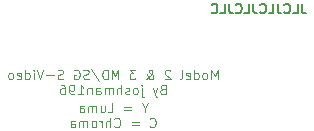
<source format=gbr>
%TF.GenerationSoftware,KiCad,Pcbnew,7.0.7*%
%TF.CreationDate,2023-08-19T03:36:19-07:00*%
%TF.ProjectId,genesis_m2_svideo_simple_standard,67656e65-7369-4735-9f6d-325f73766964,rev?*%
%TF.SameCoordinates,Original*%
%TF.FileFunction,Legend,Bot*%
%TF.FilePolarity,Positive*%
%FSLAX46Y46*%
G04 Gerber Fmt 4.6, Leading zero omitted, Abs format (unit mm)*
G04 Created by KiCad (PCBNEW 7.0.7) date 2023-08-19 03:36:19*
%MOMM*%
%LPD*%
G01*
G04 APERTURE LIST*
%ADD10C,0.100000*%
%ADD11C,0.150000*%
G04 APERTURE END LIST*
D10*
X91839714Y-74681942D02*
X91839714Y-75062895D01*
X92106381Y-74262895D02*
X91839714Y-74681942D01*
X91839714Y-74681942D02*
X91573048Y-74262895D01*
X90696857Y-74643847D02*
X90087334Y-74643847D01*
X90087334Y-74872419D02*
X90696857Y-74872419D01*
X88715905Y-75062895D02*
X89096857Y-75062895D01*
X89096857Y-75062895D02*
X89096857Y-74262895D01*
X88106381Y-74529561D02*
X88106381Y-75062895D01*
X88449238Y-74529561D02*
X88449238Y-74948609D01*
X88449238Y-74948609D02*
X88411143Y-75024800D01*
X88411143Y-75024800D02*
X88334953Y-75062895D01*
X88334953Y-75062895D02*
X88220667Y-75062895D01*
X88220667Y-75062895D02*
X88144476Y-75024800D01*
X88144476Y-75024800D02*
X88106381Y-74986704D01*
X87725428Y-75062895D02*
X87725428Y-74529561D01*
X87725428Y-74605752D02*
X87687333Y-74567657D01*
X87687333Y-74567657D02*
X87611143Y-74529561D01*
X87611143Y-74529561D02*
X87496857Y-74529561D01*
X87496857Y-74529561D02*
X87420666Y-74567657D01*
X87420666Y-74567657D02*
X87382571Y-74643847D01*
X87382571Y-74643847D02*
X87382571Y-75062895D01*
X87382571Y-74643847D02*
X87344476Y-74567657D01*
X87344476Y-74567657D02*
X87268285Y-74529561D01*
X87268285Y-74529561D02*
X87154000Y-74529561D01*
X87154000Y-74529561D02*
X87077809Y-74567657D01*
X87077809Y-74567657D02*
X87039714Y-74643847D01*
X87039714Y-74643847D02*
X87039714Y-75062895D01*
X86315904Y-75062895D02*
X86315904Y-74643847D01*
X86315904Y-74643847D02*
X86353999Y-74567657D01*
X86353999Y-74567657D02*
X86430190Y-74529561D01*
X86430190Y-74529561D02*
X86582571Y-74529561D01*
X86582571Y-74529561D02*
X86658761Y-74567657D01*
X86315904Y-75024800D02*
X86392095Y-75062895D01*
X86392095Y-75062895D02*
X86582571Y-75062895D01*
X86582571Y-75062895D02*
X86658761Y-75024800D01*
X86658761Y-75024800D02*
X86696857Y-74948609D01*
X86696857Y-74948609D02*
X86696857Y-74872419D01*
X86696857Y-74872419D02*
X86658761Y-74796228D01*
X86658761Y-74796228D02*
X86582571Y-74758133D01*
X86582571Y-74758133D02*
X86392095Y-74758133D01*
X86392095Y-74758133D02*
X86315904Y-74720038D01*
X92277809Y-76274704D02*
X92315905Y-76312800D01*
X92315905Y-76312800D02*
X92430190Y-76350895D01*
X92430190Y-76350895D02*
X92506381Y-76350895D01*
X92506381Y-76350895D02*
X92620667Y-76312800D01*
X92620667Y-76312800D02*
X92696857Y-76236609D01*
X92696857Y-76236609D02*
X92734952Y-76160419D01*
X92734952Y-76160419D02*
X92773048Y-76008038D01*
X92773048Y-76008038D02*
X92773048Y-75893752D01*
X92773048Y-75893752D02*
X92734952Y-75741371D01*
X92734952Y-75741371D02*
X92696857Y-75665180D01*
X92696857Y-75665180D02*
X92620667Y-75588990D01*
X92620667Y-75588990D02*
X92506381Y-75550895D01*
X92506381Y-75550895D02*
X92430190Y-75550895D01*
X92430190Y-75550895D02*
X92315905Y-75588990D01*
X92315905Y-75588990D02*
X92277809Y-75627085D01*
X91325428Y-75931847D02*
X90715905Y-75931847D01*
X90715905Y-76160419D02*
X91325428Y-76160419D01*
X89268285Y-76274704D02*
X89306381Y-76312800D01*
X89306381Y-76312800D02*
X89420666Y-76350895D01*
X89420666Y-76350895D02*
X89496857Y-76350895D01*
X89496857Y-76350895D02*
X89611143Y-76312800D01*
X89611143Y-76312800D02*
X89687333Y-76236609D01*
X89687333Y-76236609D02*
X89725428Y-76160419D01*
X89725428Y-76160419D02*
X89763524Y-76008038D01*
X89763524Y-76008038D02*
X89763524Y-75893752D01*
X89763524Y-75893752D02*
X89725428Y-75741371D01*
X89725428Y-75741371D02*
X89687333Y-75665180D01*
X89687333Y-75665180D02*
X89611143Y-75588990D01*
X89611143Y-75588990D02*
X89496857Y-75550895D01*
X89496857Y-75550895D02*
X89420666Y-75550895D01*
X89420666Y-75550895D02*
X89306381Y-75588990D01*
X89306381Y-75588990D02*
X89268285Y-75627085D01*
X88925428Y-76350895D02*
X88925428Y-75550895D01*
X88582571Y-76350895D02*
X88582571Y-75931847D01*
X88582571Y-75931847D02*
X88620666Y-75855657D01*
X88620666Y-75855657D02*
X88696857Y-75817561D01*
X88696857Y-75817561D02*
X88811143Y-75817561D01*
X88811143Y-75817561D02*
X88887333Y-75855657D01*
X88887333Y-75855657D02*
X88925428Y-75893752D01*
X88201618Y-76350895D02*
X88201618Y-75817561D01*
X88201618Y-75969942D02*
X88163523Y-75893752D01*
X88163523Y-75893752D02*
X88125428Y-75855657D01*
X88125428Y-75855657D02*
X88049237Y-75817561D01*
X88049237Y-75817561D02*
X87973047Y-75817561D01*
X87592095Y-76350895D02*
X87668285Y-76312800D01*
X87668285Y-76312800D02*
X87706380Y-76274704D01*
X87706380Y-76274704D02*
X87744476Y-76198514D01*
X87744476Y-76198514D02*
X87744476Y-75969942D01*
X87744476Y-75969942D02*
X87706380Y-75893752D01*
X87706380Y-75893752D02*
X87668285Y-75855657D01*
X87668285Y-75855657D02*
X87592095Y-75817561D01*
X87592095Y-75817561D02*
X87477809Y-75817561D01*
X87477809Y-75817561D02*
X87401618Y-75855657D01*
X87401618Y-75855657D02*
X87363523Y-75893752D01*
X87363523Y-75893752D02*
X87325428Y-75969942D01*
X87325428Y-75969942D02*
X87325428Y-76198514D01*
X87325428Y-76198514D02*
X87363523Y-76274704D01*
X87363523Y-76274704D02*
X87401618Y-76312800D01*
X87401618Y-76312800D02*
X87477809Y-76350895D01*
X87477809Y-76350895D02*
X87592095Y-76350895D01*
X86982570Y-76350895D02*
X86982570Y-75817561D01*
X86982570Y-75893752D02*
X86944475Y-75855657D01*
X86944475Y-75855657D02*
X86868285Y-75817561D01*
X86868285Y-75817561D02*
X86753999Y-75817561D01*
X86753999Y-75817561D02*
X86677808Y-75855657D01*
X86677808Y-75855657D02*
X86639713Y-75931847D01*
X86639713Y-75931847D02*
X86639713Y-76350895D01*
X86639713Y-75931847D02*
X86601618Y-75855657D01*
X86601618Y-75855657D02*
X86525427Y-75817561D01*
X86525427Y-75817561D02*
X86411142Y-75817561D01*
X86411142Y-75817561D02*
X86334951Y-75855657D01*
X86334951Y-75855657D02*
X86296856Y-75931847D01*
X86296856Y-75931847D02*
X86296856Y-76350895D01*
X85573046Y-76350895D02*
X85573046Y-75931847D01*
X85573046Y-75931847D02*
X85611141Y-75855657D01*
X85611141Y-75855657D02*
X85687332Y-75817561D01*
X85687332Y-75817561D02*
X85839713Y-75817561D01*
X85839713Y-75817561D02*
X85915903Y-75855657D01*
X85573046Y-76312800D02*
X85649237Y-76350895D01*
X85649237Y-76350895D02*
X85839713Y-76350895D01*
X85839713Y-76350895D02*
X85915903Y-76312800D01*
X85915903Y-76312800D02*
X85953999Y-76236609D01*
X85953999Y-76236609D02*
X85953999Y-76160419D01*
X85953999Y-76160419D02*
X85915903Y-76084228D01*
X85915903Y-76084228D02*
X85839713Y-76046133D01*
X85839713Y-76046133D02*
X85649237Y-76046133D01*
X85649237Y-76046133D02*
X85573046Y-76008038D01*
X98011143Y-72268895D02*
X98011143Y-71468895D01*
X98011143Y-71468895D02*
X97744477Y-72040323D01*
X97744477Y-72040323D02*
X97477810Y-71468895D01*
X97477810Y-71468895D02*
X97477810Y-72268895D01*
X96982572Y-72268895D02*
X97058762Y-72230800D01*
X97058762Y-72230800D02*
X97096857Y-72192704D01*
X97096857Y-72192704D02*
X97134953Y-72116514D01*
X97134953Y-72116514D02*
X97134953Y-71887942D01*
X97134953Y-71887942D02*
X97096857Y-71811752D01*
X97096857Y-71811752D02*
X97058762Y-71773657D01*
X97058762Y-71773657D02*
X96982572Y-71735561D01*
X96982572Y-71735561D02*
X96868286Y-71735561D01*
X96868286Y-71735561D02*
X96792095Y-71773657D01*
X96792095Y-71773657D02*
X96754000Y-71811752D01*
X96754000Y-71811752D02*
X96715905Y-71887942D01*
X96715905Y-71887942D02*
X96715905Y-72116514D01*
X96715905Y-72116514D02*
X96754000Y-72192704D01*
X96754000Y-72192704D02*
X96792095Y-72230800D01*
X96792095Y-72230800D02*
X96868286Y-72268895D01*
X96868286Y-72268895D02*
X96982572Y-72268895D01*
X96030190Y-72268895D02*
X96030190Y-71468895D01*
X96030190Y-72230800D02*
X96106381Y-72268895D01*
X96106381Y-72268895D02*
X96258762Y-72268895D01*
X96258762Y-72268895D02*
X96334952Y-72230800D01*
X96334952Y-72230800D02*
X96373047Y-72192704D01*
X96373047Y-72192704D02*
X96411143Y-72116514D01*
X96411143Y-72116514D02*
X96411143Y-71887942D01*
X96411143Y-71887942D02*
X96373047Y-71811752D01*
X96373047Y-71811752D02*
X96334952Y-71773657D01*
X96334952Y-71773657D02*
X96258762Y-71735561D01*
X96258762Y-71735561D02*
X96106381Y-71735561D01*
X96106381Y-71735561D02*
X96030190Y-71773657D01*
X95344475Y-72230800D02*
X95420666Y-72268895D01*
X95420666Y-72268895D02*
X95573047Y-72268895D01*
X95573047Y-72268895D02*
X95649237Y-72230800D01*
X95649237Y-72230800D02*
X95687333Y-72154609D01*
X95687333Y-72154609D02*
X95687333Y-71849847D01*
X95687333Y-71849847D02*
X95649237Y-71773657D01*
X95649237Y-71773657D02*
X95573047Y-71735561D01*
X95573047Y-71735561D02*
X95420666Y-71735561D01*
X95420666Y-71735561D02*
X95344475Y-71773657D01*
X95344475Y-71773657D02*
X95306380Y-71849847D01*
X95306380Y-71849847D02*
X95306380Y-71926038D01*
X95306380Y-71926038D02*
X95687333Y-72002228D01*
X94849238Y-72268895D02*
X94925428Y-72230800D01*
X94925428Y-72230800D02*
X94963523Y-72154609D01*
X94963523Y-72154609D02*
X94963523Y-71468895D01*
X93973047Y-71545085D02*
X93934951Y-71506990D01*
X93934951Y-71506990D02*
X93858761Y-71468895D01*
X93858761Y-71468895D02*
X93668285Y-71468895D01*
X93668285Y-71468895D02*
X93592094Y-71506990D01*
X93592094Y-71506990D02*
X93553999Y-71545085D01*
X93553999Y-71545085D02*
X93515904Y-71621276D01*
X93515904Y-71621276D02*
X93515904Y-71697466D01*
X93515904Y-71697466D02*
X93553999Y-71811752D01*
X93553999Y-71811752D02*
X94011142Y-72268895D01*
X94011142Y-72268895D02*
X93515904Y-72268895D01*
X91915903Y-72268895D02*
X91953999Y-72268895D01*
X91953999Y-72268895D02*
X92030189Y-72230800D01*
X92030189Y-72230800D02*
X92144475Y-72116514D01*
X92144475Y-72116514D02*
X92334951Y-71887942D01*
X92334951Y-71887942D02*
X92411141Y-71773657D01*
X92411141Y-71773657D02*
X92449237Y-71659371D01*
X92449237Y-71659371D02*
X92449237Y-71583180D01*
X92449237Y-71583180D02*
X92411141Y-71506990D01*
X92411141Y-71506990D02*
X92334951Y-71468895D01*
X92334951Y-71468895D02*
X92296856Y-71468895D01*
X92296856Y-71468895D02*
X92220665Y-71506990D01*
X92220665Y-71506990D02*
X92182570Y-71583180D01*
X92182570Y-71583180D02*
X92182570Y-71621276D01*
X92182570Y-71621276D02*
X92220665Y-71697466D01*
X92220665Y-71697466D02*
X92258760Y-71735561D01*
X92258760Y-71735561D02*
X92487332Y-71887942D01*
X92487332Y-71887942D02*
X92525427Y-71926038D01*
X92525427Y-71926038D02*
X92563522Y-72002228D01*
X92563522Y-72002228D02*
X92563522Y-72116514D01*
X92563522Y-72116514D02*
X92525427Y-72192704D01*
X92525427Y-72192704D02*
X92487332Y-72230800D01*
X92487332Y-72230800D02*
X92411141Y-72268895D01*
X92411141Y-72268895D02*
X92296856Y-72268895D01*
X92296856Y-72268895D02*
X92220665Y-72230800D01*
X92220665Y-72230800D02*
X92182570Y-72192704D01*
X92182570Y-72192704D02*
X92068284Y-72040323D01*
X92068284Y-72040323D02*
X92030189Y-71926038D01*
X92030189Y-71926038D02*
X92030189Y-71849847D01*
X91039713Y-71468895D02*
X90544475Y-71468895D01*
X90544475Y-71468895D02*
X90811141Y-71773657D01*
X90811141Y-71773657D02*
X90696856Y-71773657D01*
X90696856Y-71773657D02*
X90620665Y-71811752D01*
X90620665Y-71811752D02*
X90582570Y-71849847D01*
X90582570Y-71849847D02*
X90544475Y-71926038D01*
X90544475Y-71926038D02*
X90544475Y-72116514D01*
X90544475Y-72116514D02*
X90582570Y-72192704D01*
X90582570Y-72192704D02*
X90620665Y-72230800D01*
X90620665Y-72230800D02*
X90696856Y-72268895D01*
X90696856Y-72268895D02*
X90925427Y-72268895D01*
X90925427Y-72268895D02*
X91001618Y-72230800D01*
X91001618Y-72230800D02*
X91039713Y-72192704D01*
X89592093Y-72268895D02*
X89592093Y-71468895D01*
X89592093Y-71468895D02*
X89325427Y-72040323D01*
X89325427Y-72040323D02*
X89058760Y-71468895D01*
X89058760Y-71468895D02*
X89058760Y-72268895D01*
X88677807Y-72268895D02*
X88677807Y-71468895D01*
X88677807Y-71468895D02*
X88487331Y-71468895D01*
X88487331Y-71468895D02*
X88373045Y-71506990D01*
X88373045Y-71506990D02*
X88296855Y-71583180D01*
X88296855Y-71583180D02*
X88258760Y-71659371D01*
X88258760Y-71659371D02*
X88220664Y-71811752D01*
X88220664Y-71811752D02*
X88220664Y-71926038D01*
X88220664Y-71926038D02*
X88258760Y-72078419D01*
X88258760Y-72078419D02*
X88296855Y-72154609D01*
X88296855Y-72154609D02*
X88373045Y-72230800D01*
X88373045Y-72230800D02*
X88487331Y-72268895D01*
X88487331Y-72268895D02*
X88677807Y-72268895D01*
X87306379Y-71430800D02*
X87992093Y-72459371D01*
X87077808Y-72230800D02*
X86963522Y-72268895D01*
X86963522Y-72268895D02*
X86773046Y-72268895D01*
X86773046Y-72268895D02*
X86696855Y-72230800D01*
X86696855Y-72230800D02*
X86658760Y-72192704D01*
X86658760Y-72192704D02*
X86620665Y-72116514D01*
X86620665Y-72116514D02*
X86620665Y-72040323D01*
X86620665Y-72040323D02*
X86658760Y-71964133D01*
X86658760Y-71964133D02*
X86696855Y-71926038D01*
X86696855Y-71926038D02*
X86773046Y-71887942D01*
X86773046Y-71887942D02*
X86925427Y-71849847D01*
X86925427Y-71849847D02*
X87001617Y-71811752D01*
X87001617Y-71811752D02*
X87039712Y-71773657D01*
X87039712Y-71773657D02*
X87077808Y-71697466D01*
X87077808Y-71697466D02*
X87077808Y-71621276D01*
X87077808Y-71621276D02*
X87039712Y-71545085D01*
X87039712Y-71545085D02*
X87001617Y-71506990D01*
X87001617Y-71506990D02*
X86925427Y-71468895D01*
X86925427Y-71468895D02*
X86734950Y-71468895D01*
X86734950Y-71468895D02*
X86620665Y-71506990D01*
X85858760Y-71506990D02*
X85934950Y-71468895D01*
X85934950Y-71468895D02*
X86049236Y-71468895D01*
X86049236Y-71468895D02*
X86163522Y-71506990D01*
X86163522Y-71506990D02*
X86239712Y-71583180D01*
X86239712Y-71583180D02*
X86277807Y-71659371D01*
X86277807Y-71659371D02*
X86315903Y-71811752D01*
X86315903Y-71811752D02*
X86315903Y-71926038D01*
X86315903Y-71926038D02*
X86277807Y-72078419D01*
X86277807Y-72078419D02*
X86239712Y-72154609D01*
X86239712Y-72154609D02*
X86163522Y-72230800D01*
X86163522Y-72230800D02*
X86049236Y-72268895D01*
X86049236Y-72268895D02*
X85973045Y-72268895D01*
X85973045Y-72268895D02*
X85858760Y-72230800D01*
X85858760Y-72230800D02*
X85820664Y-72192704D01*
X85820664Y-72192704D02*
X85820664Y-71926038D01*
X85820664Y-71926038D02*
X85973045Y-71926038D01*
X84906379Y-72230800D02*
X84792093Y-72268895D01*
X84792093Y-72268895D02*
X84601617Y-72268895D01*
X84601617Y-72268895D02*
X84525426Y-72230800D01*
X84525426Y-72230800D02*
X84487331Y-72192704D01*
X84487331Y-72192704D02*
X84449236Y-72116514D01*
X84449236Y-72116514D02*
X84449236Y-72040323D01*
X84449236Y-72040323D02*
X84487331Y-71964133D01*
X84487331Y-71964133D02*
X84525426Y-71926038D01*
X84525426Y-71926038D02*
X84601617Y-71887942D01*
X84601617Y-71887942D02*
X84753998Y-71849847D01*
X84753998Y-71849847D02*
X84830188Y-71811752D01*
X84830188Y-71811752D02*
X84868283Y-71773657D01*
X84868283Y-71773657D02*
X84906379Y-71697466D01*
X84906379Y-71697466D02*
X84906379Y-71621276D01*
X84906379Y-71621276D02*
X84868283Y-71545085D01*
X84868283Y-71545085D02*
X84830188Y-71506990D01*
X84830188Y-71506990D02*
X84753998Y-71468895D01*
X84753998Y-71468895D02*
X84563521Y-71468895D01*
X84563521Y-71468895D02*
X84449236Y-71506990D01*
X84106378Y-71964133D02*
X83496855Y-71964133D01*
X83230188Y-71468895D02*
X82963521Y-72268895D01*
X82963521Y-72268895D02*
X82696855Y-71468895D01*
X82430188Y-72268895D02*
X82430188Y-71735561D01*
X82430188Y-71468895D02*
X82468284Y-71506990D01*
X82468284Y-71506990D02*
X82430188Y-71545085D01*
X82430188Y-71545085D02*
X82392093Y-71506990D01*
X82392093Y-71506990D02*
X82430188Y-71468895D01*
X82430188Y-71468895D02*
X82430188Y-71545085D01*
X81706379Y-72268895D02*
X81706379Y-71468895D01*
X81706379Y-72230800D02*
X81782570Y-72268895D01*
X81782570Y-72268895D02*
X81934951Y-72268895D01*
X81934951Y-72268895D02*
X82011141Y-72230800D01*
X82011141Y-72230800D02*
X82049236Y-72192704D01*
X82049236Y-72192704D02*
X82087332Y-72116514D01*
X82087332Y-72116514D02*
X82087332Y-71887942D01*
X82087332Y-71887942D02*
X82049236Y-71811752D01*
X82049236Y-71811752D02*
X82011141Y-71773657D01*
X82011141Y-71773657D02*
X81934951Y-71735561D01*
X81934951Y-71735561D02*
X81782570Y-71735561D01*
X81782570Y-71735561D02*
X81706379Y-71773657D01*
X81020664Y-72230800D02*
X81096855Y-72268895D01*
X81096855Y-72268895D02*
X81249236Y-72268895D01*
X81249236Y-72268895D02*
X81325426Y-72230800D01*
X81325426Y-72230800D02*
X81363522Y-72154609D01*
X81363522Y-72154609D02*
X81363522Y-71849847D01*
X81363522Y-71849847D02*
X81325426Y-71773657D01*
X81325426Y-71773657D02*
X81249236Y-71735561D01*
X81249236Y-71735561D02*
X81096855Y-71735561D01*
X81096855Y-71735561D02*
X81020664Y-71773657D01*
X81020664Y-71773657D02*
X80982569Y-71849847D01*
X80982569Y-71849847D02*
X80982569Y-71926038D01*
X80982569Y-71926038D02*
X81363522Y-72002228D01*
X80525427Y-72268895D02*
X80601617Y-72230800D01*
X80601617Y-72230800D02*
X80639712Y-72192704D01*
X80639712Y-72192704D02*
X80677808Y-72116514D01*
X80677808Y-72116514D02*
X80677808Y-71887942D01*
X80677808Y-71887942D02*
X80639712Y-71811752D01*
X80639712Y-71811752D02*
X80601617Y-71773657D01*
X80601617Y-71773657D02*
X80525427Y-71735561D01*
X80525427Y-71735561D02*
X80411141Y-71735561D01*
X80411141Y-71735561D02*
X80334950Y-71773657D01*
X80334950Y-71773657D02*
X80296855Y-71811752D01*
X80296855Y-71811752D02*
X80258760Y-71887942D01*
X80258760Y-71887942D02*
X80258760Y-72116514D01*
X80258760Y-72116514D02*
X80296855Y-72192704D01*
X80296855Y-72192704D02*
X80334950Y-72230800D01*
X80334950Y-72230800D02*
X80411141Y-72268895D01*
X80411141Y-72268895D02*
X80525427Y-72268895D01*
X93344477Y-73137847D02*
X93230191Y-73175942D01*
X93230191Y-73175942D02*
X93192096Y-73214038D01*
X93192096Y-73214038D02*
X93154000Y-73290228D01*
X93154000Y-73290228D02*
X93154000Y-73404514D01*
X93154000Y-73404514D02*
X93192096Y-73480704D01*
X93192096Y-73480704D02*
X93230191Y-73518800D01*
X93230191Y-73518800D02*
X93306381Y-73556895D01*
X93306381Y-73556895D02*
X93611143Y-73556895D01*
X93611143Y-73556895D02*
X93611143Y-72756895D01*
X93611143Y-72756895D02*
X93344477Y-72756895D01*
X93344477Y-72756895D02*
X93268286Y-72794990D01*
X93268286Y-72794990D02*
X93230191Y-72833085D01*
X93230191Y-72833085D02*
X93192096Y-72909276D01*
X93192096Y-72909276D02*
X93192096Y-72985466D01*
X93192096Y-72985466D02*
X93230191Y-73061657D01*
X93230191Y-73061657D02*
X93268286Y-73099752D01*
X93268286Y-73099752D02*
X93344477Y-73137847D01*
X93344477Y-73137847D02*
X93611143Y-73137847D01*
X92887334Y-73023561D02*
X92696858Y-73556895D01*
X92506381Y-73023561D02*
X92696858Y-73556895D01*
X92696858Y-73556895D02*
X92773048Y-73747371D01*
X92773048Y-73747371D02*
X92811143Y-73785466D01*
X92811143Y-73785466D02*
X92887334Y-73823561D01*
X91592095Y-73023561D02*
X91592095Y-73709276D01*
X91592095Y-73709276D02*
X91630191Y-73785466D01*
X91630191Y-73785466D02*
X91706381Y-73823561D01*
X91706381Y-73823561D02*
X91744476Y-73823561D01*
X91592095Y-72756895D02*
X91630191Y-72794990D01*
X91630191Y-72794990D02*
X91592095Y-72833085D01*
X91592095Y-72833085D02*
X91554000Y-72794990D01*
X91554000Y-72794990D02*
X91592095Y-72756895D01*
X91592095Y-72756895D02*
X91592095Y-72833085D01*
X91096858Y-73556895D02*
X91173048Y-73518800D01*
X91173048Y-73518800D02*
X91211143Y-73480704D01*
X91211143Y-73480704D02*
X91249239Y-73404514D01*
X91249239Y-73404514D02*
X91249239Y-73175942D01*
X91249239Y-73175942D02*
X91211143Y-73099752D01*
X91211143Y-73099752D02*
X91173048Y-73061657D01*
X91173048Y-73061657D02*
X91096858Y-73023561D01*
X91096858Y-73023561D02*
X90982572Y-73023561D01*
X90982572Y-73023561D02*
X90906381Y-73061657D01*
X90906381Y-73061657D02*
X90868286Y-73099752D01*
X90868286Y-73099752D02*
X90830191Y-73175942D01*
X90830191Y-73175942D02*
X90830191Y-73404514D01*
X90830191Y-73404514D02*
X90868286Y-73480704D01*
X90868286Y-73480704D02*
X90906381Y-73518800D01*
X90906381Y-73518800D02*
X90982572Y-73556895D01*
X90982572Y-73556895D02*
X91096858Y-73556895D01*
X90525429Y-73518800D02*
X90449238Y-73556895D01*
X90449238Y-73556895D02*
X90296857Y-73556895D01*
X90296857Y-73556895D02*
X90220667Y-73518800D01*
X90220667Y-73518800D02*
X90182571Y-73442609D01*
X90182571Y-73442609D02*
X90182571Y-73404514D01*
X90182571Y-73404514D02*
X90220667Y-73328323D01*
X90220667Y-73328323D02*
X90296857Y-73290228D01*
X90296857Y-73290228D02*
X90411143Y-73290228D01*
X90411143Y-73290228D02*
X90487333Y-73252133D01*
X90487333Y-73252133D02*
X90525429Y-73175942D01*
X90525429Y-73175942D02*
X90525429Y-73137847D01*
X90525429Y-73137847D02*
X90487333Y-73061657D01*
X90487333Y-73061657D02*
X90411143Y-73023561D01*
X90411143Y-73023561D02*
X90296857Y-73023561D01*
X90296857Y-73023561D02*
X90220667Y-73061657D01*
X89839714Y-73556895D02*
X89839714Y-72756895D01*
X89496857Y-73556895D02*
X89496857Y-73137847D01*
X89496857Y-73137847D02*
X89534952Y-73061657D01*
X89534952Y-73061657D02*
X89611143Y-73023561D01*
X89611143Y-73023561D02*
X89725429Y-73023561D01*
X89725429Y-73023561D02*
X89801619Y-73061657D01*
X89801619Y-73061657D02*
X89839714Y-73099752D01*
X89115904Y-73556895D02*
X89115904Y-73023561D01*
X89115904Y-73099752D02*
X89077809Y-73061657D01*
X89077809Y-73061657D02*
X89001619Y-73023561D01*
X89001619Y-73023561D02*
X88887333Y-73023561D01*
X88887333Y-73023561D02*
X88811142Y-73061657D01*
X88811142Y-73061657D02*
X88773047Y-73137847D01*
X88773047Y-73137847D02*
X88773047Y-73556895D01*
X88773047Y-73137847D02*
X88734952Y-73061657D01*
X88734952Y-73061657D02*
X88658761Y-73023561D01*
X88658761Y-73023561D02*
X88544476Y-73023561D01*
X88544476Y-73023561D02*
X88468285Y-73061657D01*
X88468285Y-73061657D02*
X88430190Y-73137847D01*
X88430190Y-73137847D02*
X88430190Y-73556895D01*
X87706380Y-73556895D02*
X87706380Y-73137847D01*
X87706380Y-73137847D02*
X87744475Y-73061657D01*
X87744475Y-73061657D02*
X87820666Y-73023561D01*
X87820666Y-73023561D02*
X87973047Y-73023561D01*
X87973047Y-73023561D02*
X88049237Y-73061657D01*
X87706380Y-73518800D02*
X87782571Y-73556895D01*
X87782571Y-73556895D02*
X87973047Y-73556895D01*
X87973047Y-73556895D02*
X88049237Y-73518800D01*
X88049237Y-73518800D02*
X88087333Y-73442609D01*
X88087333Y-73442609D02*
X88087333Y-73366419D01*
X88087333Y-73366419D02*
X88049237Y-73290228D01*
X88049237Y-73290228D02*
X87973047Y-73252133D01*
X87973047Y-73252133D02*
X87782571Y-73252133D01*
X87782571Y-73252133D02*
X87706380Y-73214038D01*
X87325427Y-73023561D02*
X87325427Y-73556895D01*
X87325427Y-73099752D02*
X87287332Y-73061657D01*
X87287332Y-73061657D02*
X87211142Y-73023561D01*
X87211142Y-73023561D02*
X87096856Y-73023561D01*
X87096856Y-73023561D02*
X87020665Y-73061657D01*
X87020665Y-73061657D02*
X86982570Y-73137847D01*
X86982570Y-73137847D02*
X86982570Y-73556895D01*
X86182570Y-73556895D02*
X86639713Y-73556895D01*
X86411141Y-73556895D02*
X86411141Y-72756895D01*
X86411141Y-72756895D02*
X86487332Y-72871180D01*
X86487332Y-72871180D02*
X86563522Y-72947371D01*
X86563522Y-72947371D02*
X86639713Y-72985466D01*
X85801617Y-73556895D02*
X85649236Y-73556895D01*
X85649236Y-73556895D02*
X85573046Y-73518800D01*
X85573046Y-73518800D02*
X85534950Y-73480704D01*
X85534950Y-73480704D02*
X85458760Y-73366419D01*
X85458760Y-73366419D02*
X85420665Y-73214038D01*
X85420665Y-73214038D02*
X85420665Y-72909276D01*
X85420665Y-72909276D02*
X85458760Y-72833085D01*
X85458760Y-72833085D02*
X85496855Y-72794990D01*
X85496855Y-72794990D02*
X85573046Y-72756895D01*
X85573046Y-72756895D02*
X85725427Y-72756895D01*
X85725427Y-72756895D02*
X85801617Y-72794990D01*
X85801617Y-72794990D02*
X85839712Y-72833085D01*
X85839712Y-72833085D02*
X85877808Y-72909276D01*
X85877808Y-72909276D02*
X85877808Y-73099752D01*
X85877808Y-73099752D02*
X85839712Y-73175942D01*
X85839712Y-73175942D02*
X85801617Y-73214038D01*
X85801617Y-73214038D02*
X85725427Y-73252133D01*
X85725427Y-73252133D02*
X85573046Y-73252133D01*
X85573046Y-73252133D02*
X85496855Y-73214038D01*
X85496855Y-73214038D02*
X85458760Y-73175942D01*
X85458760Y-73175942D02*
X85420665Y-73099752D01*
X84734950Y-72756895D02*
X84887331Y-72756895D01*
X84887331Y-72756895D02*
X84963522Y-72794990D01*
X84963522Y-72794990D02*
X85001617Y-72833085D01*
X85001617Y-72833085D02*
X85077807Y-72947371D01*
X85077807Y-72947371D02*
X85115903Y-73099752D01*
X85115903Y-73099752D02*
X85115903Y-73404514D01*
X85115903Y-73404514D02*
X85077807Y-73480704D01*
X85077807Y-73480704D02*
X85039712Y-73518800D01*
X85039712Y-73518800D02*
X84963522Y-73556895D01*
X84963522Y-73556895D02*
X84811141Y-73556895D01*
X84811141Y-73556895D02*
X84734950Y-73518800D01*
X84734950Y-73518800D02*
X84696855Y-73480704D01*
X84696855Y-73480704D02*
X84658760Y-73404514D01*
X84658760Y-73404514D02*
X84658760Y-73214038D01*
X84658760Y-73214038D02*
X84696855Y-73137847D01*
X84696855Y-73137847D02*
X84734950Y-73099752D01*
X84734950Y-73099752D02*
X84811141Y-73061657D01*
X84811141Y-73061657D02*
X84963522Y-73061657D01*
X84963522Y-73061657D02*
X85039712Y-73099752D01*
X85039712Y-73099752D02*
X85077807Y-73137847D01*
X85077807Y-73137847D02*
X85115903Y-73214038D01*
D11*
X105146268Y-65896295D02*
X105146268Y-66467723D01*
X105146268Y-66467723D02*
X105184363Y-66582009D01*
X105184363Y-66582009D02*
X105260554Y-66658200D01*
X105260554Y-66658200D02*
X105374839Y-66696295D01*
X105374839Y-66696295D02*
X105451030Y-66696295D01*
X104384363Y-66696295D02*
X104765315Y-66696295D01*
X104765315Y-66696295D02*
X104765315Y-65896295D01*
X103660553Y-66620104D02*
X103698649Y-66658200D01*
X103698649Y-66658200D02*
X103812934Y-66696295D01*
X103812934Y-66696295D02*
X103889125Y-66696295D01*
X103889125Y-66696295D02*
X104003411Y-66658200D01*
X104003411Y-66658200D02*
X104079601Y-66582009D01*
X104079601Y-66582009D02*
X104117696Y-66505819D01*
X104117696Y-66505819D02*
X104155792Y-66353438D01*
X104155792Y-66353438D02*
X104155792Y-66239152D01*
X104155792Y-66239152D02*
X104117696Y-66086771D01*
X104117696Y-66086771D02*
X104079601Y-66010580D01*
X104079601Y-66010580D02*
X104003411Y-65934390D01*
X104003411Y-65934390D02*
X103889125Y-65896295D01*
X103889125Y-65896295D02*
X103812934Y-65896295D01*
X103812934Y-65896295D02*
X103698649Y-65934390D01*
X103698649Y-65934390D02*
X103660553Y-65972485D01*
X103089125Y-65896295D02*
X103089125Y-66467723D01*
X103089125Y-66467723D02*
X103127220Y-66582009D01*
X103127220Y-66582009D02*
X103203411Y-66658200D01*
X103203411Y-66658200D02*
X103317696Y-66696295D01*
X103317696Y-66696295D02*
X103393887Y-66696295D01*
X102327220Y-66696295D02*
X102708172Y-66696295D01*
X102708172Y-66696295D02*
X102708172Y-65896295D01*
X101603410Y-66620104D02*
X101641506Y-66658200D01*
X101641506Y-66658200D02*
X101755791Y-66696295D01*
X101755791Y-66696295D02*
X101831982Y-66696295D01*
X101831982Y-66696295D02*
X101946268Y-66658200D01*
X101946268Y-66658200D02*
X102022458Y-66582009D01*
X102022458Y-66582009D02*
X102060553Y-66505819D01*
X102060553Y-66505819D02*
X102098649Y-66353438D01*
X102098649Y-66353438D02*
X102098649Y-66239152D01*
X102098649Y-66239152D02*
X102060553Y-66086771D01*
X102060553Y-66086771D02*
X102022458Y-66010580D01*
X102022458Y-66010580D02*
X101946268Y-65934390D01*
X101946268Y-65934390D02*
X101831982Y-65896295D01*
X101831982Y-65896295D02*
X101755791Y-65896295D01*
X101755791Y-65896295D02*
X101641506Y-65934390D01*
X101641506Y-65934390D02*
X101603410Y-65972485D01*
X101031982Y-65896295D02*
X101031982Y-66467723D01*
X101031982Y-66467723D02*
X101070077Y-66582009D01*
X101070077Y-66582009D02*
X101146268Y-66658200D01*
X101146268Y-66658200D02*
X101260553Y-66696295D01*
X101260553Y-66696295D02*
X101336744Y-66696295D01*
X100270077Y-66696295D02*
X100651029Y-66696295D01*
X100651029Y-66696295D02*
X100651029Y-65896295D01*
X99546267Y-66620104D02*
X99584363Y-66658200D01*
X99584363Y-66658200D02*
X99698648Y-66696295D01*
X99698648Y-66696295D02*
X99774839Y-66696295D01*
X99774839Y-66696295D02*
X99889125Y-66658200D01*
X99889125Y-66658200D02*
X99965315Y-66582009D01*
X99965315Y-66582009D02*
X100003410Y-66505819D01*
X100003410Y-66505819D02*
X100041506Y-66353438D01*
X100041506Y-66353438D02*
X100041506Y-66239152D01*
X100041506Y-66239152D02*
X100003410Y-66086771D01*
X100003410Y-66086771D02*
X99965315Y-66010580D01*
X99965315Y-66010580D02*
X99889125Y-65934390D01*
X99889125Y-65934390D02*
X99774839Y-65896295D01*
X99774839Y-65896295D02*
X99698648Y-65896295D01*
X99698648Y-65896295D02*
X99584363Y-65934390D01*
X99584363Y-65934390D02*
X99546267Y-65972485D01*
X98974839Y-65896295D02*
X98974839Y-66467723D01*
X98974839Y-66467723D02*
X99012934Y-66582009D01*
X99012934Y-66582009D02*
X99089125Y-66658200D01*
X99089125Y-66658200D02*
X99203410Y-66696295D01*
X99203410Y-66696295D02*
X99279601Y-66696295D01*
X98212934Y-66696295D02*
X98593886Y-66696295D01*
X98593886Y-66696295D02*
X98593886Y-65896295D01*
X97489124Y-66620104D02*
X97527220Y-66658200D01*
X97527220Y-66658200D02*
X97641505Y-66696295D01*
X97641505Y-66696295D02*
X97717696Y-66696295D01*
X97717696Y-66696295D02*
X97831982Y-66658200D01*
X97831982Y-66658200D02*
X97908172Y-66582009D01*
X97908172Y-66582009D02*
X97946267Y-66505819D01*
X97946267Y-66505819D02*
X97984363Y-66353438D01*
X97984363Y-66353438D02*
X97984363Y-66239152D01*
X97984363Y-66239152D02*
X97946267Y-66086771D01*
X97946267Y-66086771D02*
X97908172Y-66010580D01*
X97908172Y-66010580D02*
X97831982Y-65934390D01*
X97831982Y-65934390D02*
X97717696Y-65896295D01*
X97717696Y-65896295D02*
X97641505Y-65896295D01*
X97641505Y-65896295D02*
X97527220Y-65934390D01*
X97527220Y-65934390D02*
X97489124Y-65972485D01*
M02*

</source>
